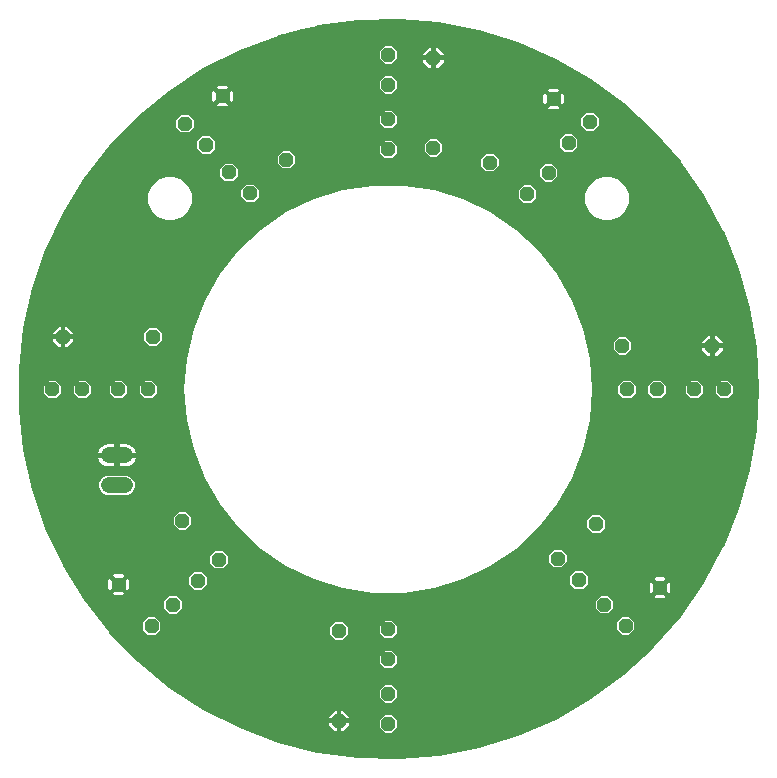
<source format=gbr>
G04 EAGLE Gerber RS-274X export*
G75*
%MOMM*%
%FSLAX34Y34*%
%LPD*%
%INBottom Copper*%
%IPPOS*%
%AMOC8*
5,1,8,0,0,1.08239X$1,22.5*%
G01*
%ADD10P,1.319650X8X112.500000*%
%ADD11P,1.319650X8X67.500000*%
%ADD12P,1.319650X8X22.500000*%
%ADD13P,1.319650X8X337.500000*%
%ADD14P,1.319650X8X292.500000*%
%ADD15C,1.371600*%
%ADD16P,1.319650X8X247.500000*%
%ADD17P,1.319650X8X202.500000*%
%ADD18P,1.319650X8X157.500000*%

G36*
X364189Y53690D02*
X364189Y53690D01*
X364313Y53692D01*
X398617Y56535D01*
X398631Y56538D01*
X398755Y56554D01*
X432538Y63153D01*
X432552Y63158D01*
X432673Y63187D01*
X465525Y73462D01*
X465539Y73469D01*
X465656Y73511D01*
X497178Y87338D01*
X497191Y87346D01*
X497303Y87401D01*
X527112Y104612D01*
X527124Y104621D01*
X527229Y104688D01*
X554965Y125074D01*
X554975Y125084D01*
X555072Y125163D01*
X580397Y148475D01*
X580406Y148486D01*
X580494Y148576D01*
X603100Y174533D01*
X603109Y174545D01*
X603186Y174643D01*
X622800Y202929D01*
X622806Y202942D01*
X622873Y203049D01*
X639256Y233321D01*
X639261Y233335D01*
X639315Y233447D01*
X652268Y265338D01*
X652272Y265352D01*
X652314Y265471D01*
X661680Y298593D01*
X661682Y298608D01*
X661710Y298729D01*
X667376Y332681D01*
X667376Y332696D01*
X667391Y332820D01*
X669287Y367189D01*
X669286Y367203D01*
X669287Y367328D01*
X667391Y401697D01*
X667388Y401712D01*
X667376Y401836D01*
X661710Y435788D01*
X661706Y435802D01*
X661680Y435924D01*
X652314Y469047D01*
X652308Y469060D01*
X652268Y469179D01*
X639315Y501070D01*
X639308Y501082D01*
X639256Y501196D01*
X622873Y531469D01*
X622864Y531481D01*
X622800Y531588D01*
X603186Y559874D01*
X603177Y559885D01*
X603100Y559985D01*
X580494Y585942D01*
X580483Y585952D01*
X580397Y586042D01*
X555072Y609355D01*
X555061Y609363D01*
X554965Y609444D01*
X527229Y629829D01*
X527216Y629836D01*
X527112Y629905D01*
X497303Y647116D01*
X497289Y647122D01*
X497178Y647179D01*
X465656Y661006D01*
X465642Y661010D01*
X465525Y661055D01*
X432673Y671330D01*
X432659Y671333D01*
X432538Y671364D01*
X398755Y677963D01*
X398740Y677964D01*
X398617Y677982D01*
X364313Y680825D01*
X364299Y680824D01*
X364174Y680829D01*
X329766Y679880D01*
X329751Y679878D01*
X329626Y679869D01*
X295531Y675141D01*
X295517Y675137D01*
X295394Y675114D01*
X282200Y671773D01*
X267163Y667965D01*
X262026Y666664D01*
X262013Y666659D01*
X261893Y666622D01*
X229657Y654553D01*
X229644Y654546D01*
X229529Y654497D01*
X198817Y638955D01*
X198805Y638946D01*
X198696Y638885D01*
X169880Y620058D01*
X169868Y620049D01*
X169767Y619975D01*
X143197Y598093D01*
X143186Y598082D01*
X143094Y597998D01*
X119092Y573326D01*
X119083Y573314D01*
X119000Y573221D01*
X97859Y546058D01*
X97851Y546045D01*
X97779Y545943D01*
X79753Y516619D01*
X79747Y516605D01*
X79687Y516496D01*
X64997Y485367D01*
X64992Y485353D01*
X64944Y485237D01*
X53768Y452681D01*
X53765Y452667D01*
X53730Y452547D01*
X46202Y418959D01*
X46201Y418944D01*
X46179Y418821D01*
X42393Y384609D01*
X42393Y384594D01*
X42385Y384469D01*
X42385Y350048D01*
X42387Y350033D01*
X42393Y349908D01*
X46179Y315696D01*
X46183Y315682D01*
X46202Y315558D01*
X53730Y281970D01*
X53735Y281957D01*
X53768Y281836D01*
X64944Y249280D01*
X64951Y249267D01*
X64997Y249150D01*
X79687Y218021D01*
X79695Y218009D01*
X79753Y217898D01*
X97779Y188574D01*
X97788Y188563D01*
X97859Y188460D01*
X119000Y161297D01*
X119011Y161286D01*
X119092Y161191D01*
X143094Y136519D01*
X143105Y136510D01*
X143197Y136424D01*
X169767Y114542D01*
X169779Y114534D01*
X169880Y114459D01*
X198696Y95632D01*
X198709Y95626D01*
X198817Y95562D01*
X229529Y80020D01*
X229543Y80015D01*
X229657Y79964D01*
X261893Y67895D01*
X261907Y67891D01*
X262026Y67853D01*
X295394Y59403D01*
X295409Y59401D01*
X295531Y59376D01*
X329626Y54648D01*
X329641Y54648D01*
X329766Y54637D01*
X364174Y53688D01*
X364189Y53690D01*
G37*
%LPC*%
G36*
X342693Y195024D02*
X342693Y195024D01*
X317167Y198872D01*
X292499Y206481D01*
X269241Y217681D01*
X247912Y232223D01*
X228989Y249781D01*
X212894Y269964D01*
X199987Y292319D01*
X190556Y316349D01*
X184812Y341517D01*
X182883Y367259D01*
X184812Y393001D01*
X190556Y418168D01*
X199987Y442198D01*
X212894Y464554D01*
X228989Y484736D01*
X247912Y502294D01*
X269241Y516836D01*
X292499Y528036D01*
X317167Y535645D01*
X342693Y539493D01*
X368507Y539493D01*
X394033Y535645D01*
X418701Y528036D01*
X441958Y516836D01*
X463287Y502294D01*
X482211Y484736D01*
X498306Y464553D01*
X511213Y442198D01*
X520644Y418168D01*
X526388Y393001D01*
X528317Y367259D01*
X526388Y341517D01*
X520644Y316349D01*
X511213Y292319D01*
X498306Y269964D01*
X482211Y249781D01*
X463288Y232223D01*
X441959Y217681D01*
X418701Y206481D01*
X394033Y198872D01*
X368507Y195024D01*
X342693Y195024D01*
G37*
%LPD*%
%LPC*%
G36*
X166936Y510387D02*
X166936Y510387D01*
X160167Y513190D01*
X154987Y518371D01*
X152183Y525139D01*
X152183Y532466D01*
X154987Y539234D01*
X160167Y544415D01*
X166936Y547218D01*
X174262Y547218D01*
X181031Y544415D01*
X186211Y539234D01*
X189015Y532466D01*
X189015Y525139D01*
X186211Y518371D01*
X181031Y513190D01*
X174262Y510387D01*
X166936Y510387D01*
G37*
%LPD*%
%LPC*%
G36*
X536938Y510387D02*
X536938Y510387D01*
X530169Y513190D01*
X524989Y518371D01*
X522185Y525139D01*
X522185Y532466D01*
X524989Y539234D01*
X530169Y544415D01*
X536938Y547218D01*
X544264Y547218D01*
X551033Y544415D01*
X556213Y539234D01*
X559017Y532466D01*
X559017Y525139D01*
X556213Y518371D01*
X551033Y513190D01*
X544264Y510387D01*
X536938Y510387D01*
G37*
%LPD*%
%LPC*%
G36*
X117255Y277621D02*
X117255Y277621D01*
X114267Y278859D01*
X111981Y281145D01*
X110743Y284133D01*
X110743Y287367D01*
X111981Y290355D01*
X114267Y292641D01*
X117255Y293879D01*
X134205Y293879D01*
X137193Y292641D01*
X139479Y290355D01*
X140717Y287367D01*
X140717Y284133D01*
X139479Y281145D01*
X137193Y278859D01*
X134205Y277621D01*
X117255Y277621D01*
G37*
%LPD*%
%LPC*%
G36*
X352549Y642873D02*
X352549Y642873D01*
X348233Y647189D01*
X348233Y653291D01*
X352549Y657607D01*
X358651Y657607D01*
X362967Y653291D01*
X362967Y647189D01*
X358651Y642873D01*
X352549Y642873D01*
G37*
%LPD*%
%LPC*%
G36*
X153159Y404113D02*
X153159Y404113D01*
X148843Y408429D01*
X148843Y414531D01*
X153159Y418847D01*
X159261Y418847D01*
X163577Y414531D01*
X163577Y408429D01*
X159261Y404113D01*
X153159Y404113D01*
G37*
%LPD*%
%LPC*%
G36*
X149349Y359663D02*
X149349Y359663D01*
X145033Y363979D01*
X145033Y370081D01*
X149349Y374397D01*
X155451Y374397D01*
X159767Y370081D01*
X159767Y363979D01*
X155451Y359663D01*
X149349Y359663D01*
G37*
%LPD*%
%LPC*%
G36*
X554479Y359663D02*
X554479Y359663D01*
X550163Y363979D01*
X550163Y370081D01*
X554479Y374397D01*
X560581Y374397D01*
X564897Y370081D01*
X564897Y363979D01*
X560581Y359663D01*
X554479Y359663D01*
G37*
%LPD*%
%LPC*%
G36*
X390649Y564133D02*
X390649Y564133D01*
X386333Y568449D01*
X386333Y574551D01*
X390649Y578867D01*
X396751Y578867D01*
X401067Y574551D01*
X401067Y568449D01*
X396751Y564133D01*
X390649Y564133D01*
G37*
%LPD*%
%LPC*%
G36*
X352549Y617473D02*
X352549Y617473D01*
X348233Y621789D01*
X348233Y627891D01*
X352549Y632207D01*
X358651Y632207D01*
X362967Y627891D01*
X362967Y621789D01*
X358651Y617473D01*
X352549Y617473D01*
G37*
%LPD*%
%LPC*%
G36*
X550669Y396493D02*
X550669Y396493D01*
X546353Y400809D01*
X546353Y406911D01*
X550669Y411227D01*
X556771Y411227D01*
X561087Y406911D01*
X561087Y400809D01*
X556771Y396493D01*
X550669Y396493D01*
G37*
%LPD*%
%LPC*%
G36*
X579879Y359663D02*
X579879Y359663D01*
X575563Y363979D01*
X575563Y370081D01*
X579879Y374397D01*
X585981Y374397D01*
X590297Y370081D01*
X590297Y363979D01*
X585981Y359663D01*
X579879Y359663D01*
G37*
%LPD*%
%LPC*%
G36*
X611629Y359663D02*
X611629Y359663D01*
X607313Y363979D01*
X607313Y370081D01*
X611629Y374397D01*
X617731Y374397D01*
X622047Y370081D01*
X622047Y363979D01*
X617731Y359663D01*
X611629Y359663D01*
G37*
%LPD*%
%LPC*%
G36*
X352549Y156463D02*
X352549Y156463D01*
X348233Y160779D01*
X348233Y166881D01*
X352549Y171197D01*
X358651Y171197D01*
X362967Y166881D01*
X362967Y160779D01*
X358651Y156463D01*
X352549Y156463D01*
G37*
%LPD*%
%LPC*%
G36*
X310639Y155193D02*
X310639Y155193D01*
X306323Y159509D01*
X306323Y165611D01*
X310639Y169927D01*
X316741Y169927D01*
X321057Y165611D01*
X321057Y159509D01*
X316741Y155193D01*
X310639Y155193D01*
G37*
%LPD*%
%LPC*%
G36*
X352549Y131063D02*
X352549Y131063D01*
X348233Y135379D01*
X348233Y141481D01*
X352549Y145797D01*
X358651Y145797D01*
X362967Y141481D01*
X362967Y135379D01*
X358651Y131063D01*
X352549Y131063D01*
G37*
%LPD*%
%LPC*%
G36*
X352549Y101853D02*
X352549Y101853D01*
X348233Y106169D01*
X348233Y112271D01*
X352549Y116587D01*
X358651Y116587D01*
X362967Y112271D01*
X362967Y106169D01*
X358651Y101853D01*
X352549Y101853D01*
G37*
%LPD*%
%LPC*%
G36*
X352549Y588263D02*
X352549Y588263D01*
X348233Y592579D01*
X348233Y598681D01*
X352549Y602997D01*
X358651Y602997D01*
X362967Y598681D01*
X362967Y592579D01*
X358651Y588263D01*
X352549Y588263D01*
G37*
%LPD*%
%LPC*%
G36*
X352549Y76453D02*
X352549Y76453D01*
X348233Y80769D01*
X348233Y86871D01*
X352549Y91187D01*
X358651Y91187D01*
X362967Y86871D01*
X362967Y80769D01*
X358651Y76453D01*
X352549Y76453D01*
G37*
%LPD*%
%LPC*%
G36*
X68069Y359663D02*
X68069Y359663D01*
X63753Y363979D01*
X63753Y370081D01*
X68069Y374397D01*
X74171Y374397D01*
X78487Y370081D01*
X78487Y363979D01*
X74171Y359663D01*
X68069Y359663D01*
G37*
%LPD*%
%LPC*%
G36*
X352549Y562863D02*
X352549Y562863D01*
X348233Y567179D01*
X348233Y573281D01*
X352549Y577597D01*
X358651Y577597D01*
X362967Y573281D01*
X362967Y567179D01*
X358651Y562863D01*
X352549Y562863D01*
G37*
%LPD*%
%LPC*%
G36*
X637029Y359663D02*
X637029Y359663D01*
X632713Y363979D01*
X632713Y370081D01*
X637029Y374397D01*
X643131Y374397D01*
X647447Y370081D01*
X647447Y363979D01*
X643131Y359663D01*
X637029Y359663D01*
G37*
%LPD*%
%LPC*%
G36*
X93469Y359663D02*
X93469Y359663D01*
X89153Y363979D01*
X89153Y370081D01*
X93469Y374397D01*
X99571Y374397D01*
X103887Y370081D01*
X103887Y363979D01*
X99571Y359663D01*
X93469Y359663D01*
G37*
%LPD*%
%LPC*%
G36*
X123949Y359663D02*
X123949Y359663D01*
X119633Y363979D01*
X119633Y370081D01*
X123949Y374397D01*
X130051Y374397D01*
X134367Y370081D01*
X134367Y363979D01*
X130051Y359663D01*
X123949Y359663D01*
G37*
%LPD*%
%LPC*%
G36*
X152170Y159285D02*
X152170Y159285D01*
X147855Y163600D01*
X147855Y169703D01*
X152170Y174018D01*
X158273Y174018D01*
X162588Y169703D01*
X162588Y163600D01*
X158273Y159285D01*
X152170Y159285D01*
G37*
%LPD*%
%LPC*%
G36*
X170131Y177246D02*
X170131Y177246D01*
X165816Y181561D01*
X165816Y187664D01*
X170131Y191979D01*
X176234Y191979D01*
X180549Y187664D01*
X180549Y181561D01*
X176234Y177246D01*
X170131Y177246D01*
G37*
%LPD*%
%LPC*%
G36*
X535338Y177400D02*
X535338Y177400D01*
X531023Y181715D01*
X531023Y187818D01*
X535338Y192133D01*
X541441Y192133D01*
X545756Y187818D01*
X545756Y181715D01*
X541441Y177400D01*
X535338Y177400D01*
G37*
%LPD*%
%LPC*%
G36*
X191168Y197539D02*
X191168Y197539D01*
X186853Y201854D01*
X186853Y207957D01*
X191168Y212272D01*
X197271Y212272D01*
X201586Y207957D01*
X201586Y201854D01*
X197271Y197539D01*
X191168Y197539D01*
G37*
%LPD*%
%LPC*%
G36*
X513929Y198283D02*
X513929Y198283D01*
X509614Y202598D01*
X509614Y208701D01*
X513929Y213016D01*
X520032Y213016D01*
X524347Y208701D01*
X524347Y202598D01*
X520032Y198283D01*
X513929Y198283D01*
G37*
%LPD*%
%LPC*%
G36*
X209129Y215500D02*
X209129Y215500D01*
X204814Y219815D01*
X204814Y225918D01*
X209129Y230233D01*
X215232Y230233D01*
X219547Y225918D01*
X219547Y219815D01*
X215232Y215500D01*
X209129Y215500D01*
G37*
%LPD*%
%LPC*%
G36*
X553299Y159439D02*
X553299Y159439D01*
X548984Y163754D01*
X548984Y169857D01*
X553299Y174172D01*
X559402Y174172D01*
X563717Y169857D01*
X563717Y163754D01*
X559402Y159439D01*
X553299Y159439D01*
G37*
%LPD*%
%LPC*%
G36*
X495968Y216244D02*
X495968Y216244D01*
X491653Y220559D01*
X491653Y226662D01*
X495968Y230977D01*
X502071Y230977D01*
X506386Y226662D01*
X506386Y220559D01*
X502071Y216244D01*
X495968Y216244D01*
G37*
%LPD*%
%LPC*%
G36*
X528436Y245698D02*
X528436Y245698D01*
X524121Y250013D01*
X524121Y256116D01*
X528436Y260431D01*
X534539Y260431D01*
X538854Y256116D01*
X538854Y250013D01*
X534539Y245698D01*
X528436Y245698D01*
G37*
%LPD*%
%LPC*%
G36*
X177931Y248328D02*
X177931Y248328D01*
X173616Y252643D01*
X173616Y258746D01*
X177931Y263062D01*
X184034Y263062D01*
X188349Y258746D01*
X188349Y252643D01*
X184034Y248328D01*
X177931Y248328D01*
G37*
%LPD*%
%LPC*%
G36*
X523191Y586186D02*
X523191Y586186D01*
X518876Y590501D01*
X518876Y596604D01*
X523191Y600919D01*
X529294Y600919D01*
X533609Y596604D01*
X533609Y590501D01*
X529294Y586186D01*
X523191Y586186D01*
G37*
%LPD*%
%LPC*%
G36*
X235427Y525571D02*
X235427Y525571D01*
X231112Y529886D01*
X231112Y535989D01*
X235427Y540304D01*
X241530Y540304D01*
X245845Y535989D01*
X245845Y529886D01*
X241530Y525571D01*
X235427Y525571D01*
G37*
%LPD*%
%LPC*%
G36*
X470196Y525045D02*
X470196Y525045D01*
X465881Y529360D01*
X465881Y535463D01*
X470196Y539778D01*
X476299Y539778D01*
X480614Y535463D01*
X480614Y529360D01*
X476299Y525045D01*
X470196Y525045D01*
G37*
%LPD*%
%LPC*%
G36*
X505230Y568225D02*
X505230Y568225D01*
X500915Y572540D01*
X500915Y578643D01*
X505230Y582958D01*
X511333Y582958D01*
X515648Y578643D01*
X515648Y572540D01*
X511333Y568225D01*
X505230Y568225D01*
G37*
%LPD*%
%LPC*%
G36*
X180264Y584544D02*
X180264Y584544D01*
X175949Y588859D01*
X175949Y594962D01*
X180264Y599277D01*
X186367Y599277D01*
X190682Y594962D01*
X190682Y588859D01*
X186367Y584544D01*
X180264Y584544D01*
G37*
%LPD*%
%LPC*%
G36*
X438420Y551689D02*
X438420Y551689D01*
X434105Y556004D01*
X434105Y562107D01*
X438420Y566422D01*
X444523Y566422D01*
X448838Y562107D01*
X448838Y556004D01*
X444523Y551689D01*
X438420Y551689D01*
G37*
%LPD*%
%LPC*%
G36*
X217466Y543532D02*
X217466Y543532D01*
X213151Y547847D01*
X213151Y553950D01*
X217466Y558265D01*
X223569Y558265D01*
X227884Y553950D01*
X227884Y547847D01*
X223569Y543532D01*
X217466Y543532D01*
G37*
%LPD*%
%LPC*%
G36*
X488157Y543006D02*
X488157Y543006D01*
X483842Y547321D01*
X483842Y553424D01*
X488157Y557739D01*
X494260Y557739D01*
X498575Y553424D01*
X498575Y547321D01*
X494260Y543006D01*
X488157Y543006D01*
G37*
%LPD*%
%LPC*%
G36*
X198225Y566583D02*
X198225Y566583D01*
X193910Y570898D01*
X193910Y577001D01*
X198225Y581316D01*
X204328Y581316D01*
X208643Y577001D01*
X208643Y570898D01*
X204328Y566583D01*
X198225Y566583D01*
G37*
%LPD*%
%LPC*%
G36*
X266087Y554075D02*
X266087Y554075D01*
X261772Y558390D01*
X261772Y564493D01*
X266087Y568808D01*
X272190Y568808D01*
X276505Y564493D01*
X276505Y558390D01*
X272190Y554075D01*
X266087Y554075D01*
G37*
%LPD*%
%LPC*%
G36*
X128015Y313435D02*
X128015Y313435D01*
X128015Y320549D01*
X133328Y320549D01*
X134789Y320317D01*
X136196Y319860D01*
X137514Y319188D01*
X138711Y318319D01*
X139757Y317273D01*
X140626Y316076D01*
X141298Y314758D01*
X141728Y313435D01*
X128015Y313435D01*
G37*
%LPD*%
%LPC*%
G36*
X109732Y313435D02*
X109732Y313435D01*
X110162Y314758D01*
X110834Y316076D01*
X111703Y317273D01*
X112749Y318319D01*
X113946Y319188D01*
X115264Y319860D01*
X116671Y320317D01*
X118132Y320549D01*
X123445Y320549D01*
X123445Y313435D01*
X109732Y313435D01*
G37*
%LPD*%
%LPC*%
G36*
X128015Y301751D02*
X128015Y301751D01*
X128015Y308865D01*
X141728Y308865D01*
X141298Y307542D01*
X140626Y306224D01*
X139757Y305027D01*
X138711Y303981D01*
X137514Y303112D01*
X136196Y302440D01*
X134789Y301983D01*
X133328Y301751D01*
X128015Y301751D01*
G37*
%LPD*%
%LPC*%
G36*
X118132Y301751D02*
X118132Y301751D01*
X116671Y301983D01*
X115264Y302440D01*
X113946Y303112D01*
X112749Y303981D01*
X111703Y305027D01*
X110834Y306224D01*
X110162Y307542D01*
X109732Y308865D01*
X123445Y308865D01*
X123445Y301751D01*
X118132Y301751D01*
G37*
%LPD*%
%LPC*%
G36*
X580698Y206726D02*
X580698Y206726D01*
X581791Y207820D01*
X588946Y207820D01*
X590040Y206726D01*
X585369Y202056D01*
X580698Y206726D01*
G37*
%LPD*%
%LPC*%
G36*
X218130Y615323D02*
X218130Y615323D01*
X222801Y619994D01*
X223894Y618900D01*
X223894Y611745D01*
X222801Y610652D01*
X218130Y615323D01*
G37*
%LPD*%
%LPC*%
G36*
X210586Y622866D02*
X210586Y622866D01*
X211680Y623959D01*
X218835Y623959D01*
X219928Y622866D01*
X215257Y618195D01*
X210586Y622866D01*
G37*
%LPD*%
%LPC*%
G36*
X588241Y199183D02*
X588241Y199183D01*
X592912Y203854D01*
X594005Y202761D01*
X594005Y195606D01*
X592912Y194512D01*
X588241Y199183D01*
G37*
%LPD*%
%LPC*%
G36*
X82041Y413511D02*
X82041Y413511D01*
X82041Y420117D01*
X83587Y420117D01*
X88647Y415057D01*
X88647Y413511D01*
X82041Y413511D01*
G37*
%LPD*%
%LPC*%
G36*
X395731Y649731D02*
X395731Y649731D01*
X395731Y656337D01*
X397277Y656337D01*
X402337Y651277D01*
X402337Y649731D01*
X395731Y649731D01*
G37*
%LPD*%
%LPC*%
G36*
X315721Y88391D02*
X315721Y88391D01*
X315721Y94997D01*
X317267Y94997D01*
X322327Y89937D01*
X322327Y88391D01*
X315721Y88391D01*
G37*
%LPD*%
%LPC*%
G36*
X631951Y405891D02*
X631951Y405891D01*
X631951Y412497D01*
X633497Y412497D01*
X638557Y407437D01*
X638557Y405891D01*
X631951Y405891D01*
G37*
%LPD*%
%LPC*%
G36*
X129974Y201813D02*
X129974Y201813D01*
X134645Y206484D01*
X135738Y205391D01*
X135738Y198236D01*
X134645Y197143D01*
X129974Y201813D01*
G37*
%LPD*%
%LPC*%
G36*
X498226Y612937D02*
X498226Y612937D01*
X502896Y617608D01*
X503990Y616514D01*
X503990Y609359D01*
X502896Y608266D01*
X498226Y612937D01*
G37*
%LPD*%
%LPC*%
G36*
X490682Y620480D02*
X490682Y620480D01*
X491775Y621574D01*
X498930Y621574D01*
X500024Y620480D01*
X495353Y615809D01*
X490682Y620480D01*
G37*
%LPD*%
%LPC*%
G36*
X122430Y209357D02*
X122430Y209357D01*
X123524Y210450D01*
X130679Y210450D01*
X131772Y209357D01*
X127101Y204686D01*
X122430Y209357D01*
G37*
%LPD*%
%LPC*%
G36*
X71373Y413511D02*
X71373Y413511D01*
X71373Y415057D01*
X76433Y420117D01*
X77979Y420117D01*
X77979Y413511D01*
X71373Y413511D01*
G37*
%LPD*%
%LPC*%
G36*
X621283Y405891D02*
X621283Y405891D01*
X621283Y407437D01*
X626343Y412497D01*
X627889Y412497D01*
X627889Y405891D01*
X621283Y405891D01*
G37*
%LPD*%
%LPC*%
G36*
X395731Y639063D02*
X395731Y639063D01*
X395731Y645669D01*
X402337Y645669D01*
X402337Y644123D01*
X397277Y639063D01*
X395731Y639063D01*
G37*
%LPD*%
%LPC*%
G36*
X385063Y649731D02*
X385063Y649731D01*
X385063Y651277D01*
X390123Y656337D01*
X391669Y656337D01*
X391669Y649731D01*
X385063Y649731D01*
G37*
%LPD*%
%LPC*%
G36*
X631951Y395223D02*
X631951Y395223D01*
X631951Y401829D01*
X638557Y401829D01*
X638557Y400283D01*
X633497Y395223D01*
X631951Y395223D01*
G37*
%LPD*%
%LPC*%
G36*
X82041Y402843D02*
X82041Y402843D01*
X82041Y409449D01*
X88647Y409449D01*
X88647Y407903D01*
X83587Y402843D01*
X82041Y402843D01*
G37*
%LPD*%
%LPC*%
G36*
X305053Y88391D02*
X305053Y88391D01*
X305053Y89937D01*
X310113Y94997D01*
X311659Y94997D01*
X311659Y88391D01*
X305053Y88391D01*
G37*
%LPD*%
%LPC*%
G36*
X315721Y77723D02*
X315721Y77723D01*
X315721Y84329D01*
X322327Y84329D01*
X322327Y82783D01*
X317267Y77723D01*
X315721Y77723D01*
G37*
%LPD*%
%LPC*%
G36*
X206621Y611745D02*
X206621Y611745D01*
X206621Y618900D01*
X207714Y619993D01*
X212385Y615323D01*
X207714Y610652D01*
X206621Y611745D01*
G37*
%LPD*%
%LPC*%
G36*
X576732Y195606D02*
X576732Y195606D01*
X576732Y202761D01*
X577825Y203854D01*
X582496Y199183D01*
X577825Y194512D01*
X576732Y195606D01*
G37*
%LPD*%
%LPC*%
G36*
X211680Y606686D02*
X211680Y606686D01*
X210586Y607779D01*
X215257Y612450D01*
X219928Y607779D01*
X218835Y606686D01*
X211680Y606686D01*
G37*
%LPD*%
%LPC*%
G36*
X581791Y190546D02*
X581791Y190546D01*
X580698Y191640D01*
X585369Y196310D01*
X590040Y191640D01*
X588946Y190546D01*
X581791Y190546D01*
G37*
%LPD*%
%LPC*%
G36*
X491775Y604300D02*
X491775Y604300D01*
X490682Y605393D01*
X495353Y610064D01*
X500024Y605393D01*
X498930Y604300D01*
X491775Y604300D01*
G37*
%LPD*%
%LPC*%
G36*
X486716Y609359D02*
X486716Y609359D01*
X486716Y616514D01*
X487809Y617608D01*
X492480Y612937D01*
X487809Y608266D01*
X486716Y609359D01*
G37*
%LPD*%
%LPC*%
G36*
X118464Y198236D02*
X118464Y198236D01*
X118464Y205391D01*
X119558Y206484D01*
X124229Y201813D01*
X119558Y197143D01*
X118464Y198236D01*
G37*
%LPD*%
%LPC*%
G36*
X123524Y193177D02*
X123524Y193177D01*
X122430Y194270D01*
X127101Y198941D01*
X131772Y194270D01*
X130679Y193177D01*
X123524Y193177D01*
G37*
%LPD*%
%LPC*%
G36*
X390123Y639063D02*
X390123Y639063D01*
X385063Y644123D01*
X385063Y645669D01*
X391669Y645669D01*
X391669Y639063D01*
X390123Y639063D01*
G37*
%LPD*%
%LPC*%
G36*
X310113Y77723D02*
X310113Y77723D01*
X305053Y82783D01*
X305053Y84329D01*
X311659Y84329D01*
X311659Y77723D01*
X310113Y77723D01*
G37*
%LPD*%
%LPC*%
G36*
X626343Y395223D02*
X626343Y395223D01*
X621283Y400283D01*
X621283Y401829D01*
X627889Y401829D01*
X627889Y395223D01*
X626343Y395223D01*
G37*
%LPD*%
%LPC*%
G36*
X76433Y402843D02*
X76433Y402843D01*
X71373Y407903D01*
X71373Y409449D01*
X77979Y409449D01*
X77979Y402843D01*
X76433Y402843D01*
G37*
%LPD*%
D10*
X355600Y138430D03*
X355600Y163830D03*
X355600Y83820D03*
X355600Y109220D03*
D11*
X194220Y204906D03*
X212180Y222866D03*
X155222Y166652D03*
X173182Y184612D03*
D12*
X127000Y367030D03*
X152400Y367030D03*
X71120Y367030D03*
X96520Y367030D03*
D13*
X220518Y550898D03*
X238478Y532938D03*
X183316Y591910D03*
X201276Y573950D03*
D14*
X355600Y595630D03*
X355600Y570230D03*
X355600Y650240D03*
X355600Y624840D03*
D15*
X132588Y311150D02*
X118872Y311150D01*
X118872Y285750D02*
X132588Y285750D01*
D10*
X313690Y86360D03*
X313690Y162560D03*
D11*
X127101Y201813D03*
X180983Y255695D03*
D12*
X80010Y411480D03*
X156210Y411480D03*
D13*
X215257Y615323D03*
X269139Y561441D03*
D14*
X393700Y647700D03*
X393700Y571500D03*
D16*
X526242Y593552D03*
X508282Y575592D03*
X491208Y550372D03*
X473248Y532412D03*
X495353Y612937D03*
X441471Y559055D03*
D17*
X640080Y367030D03*
X614680Y367030D03*
X582930Y367030D03*
X557530Y367030D03*
X629920Y403860D03*
X553720Y403860D03*
D18*
X556350Y166806D03*
X538390Y184766D03*
X516980Y205650D03*
X499020Y223610D03*
X585369Y199183D03*
X531487Y253065D03*
M02*

</source>
